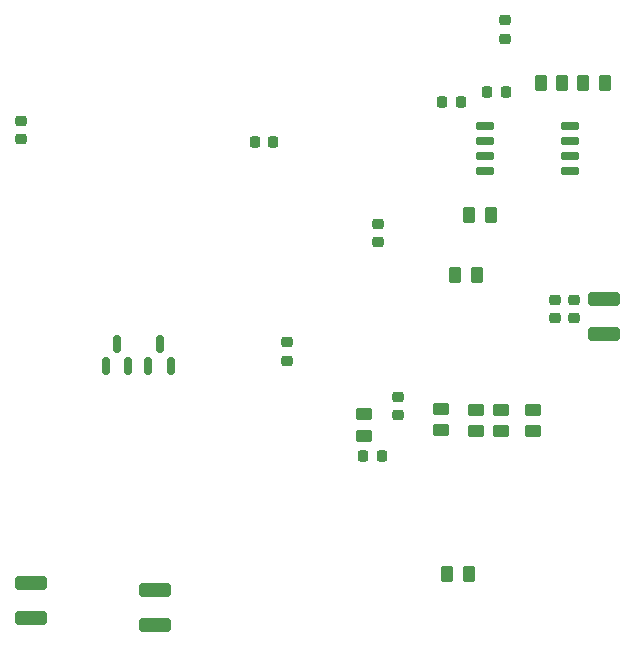
<source format=gbr>
%TF.GenerationSoftware,KiCad,Pcbnew,7.0.10-7.0.10~ubuntu22.04.1*%
%TF.CreationDate,2024-01-09T15:42:03+03:00*%
%TF.ProjectId,air-detector,6169722d-6465-4746-9563-746f722e6b69,rev?*%
%TF.SameCoordinates,Original*%
%TF.FileFunction,Paste,Bot*%
%TF.FilePolarity,Positive*%
%FSLAX46Y46*%
G04 Gerber Fmt 4.6, Leading zero omitted, Abs format (unit mm)*
G04 Created by KiCad (PCBNEW 7.0.10-7.0.10~ubuntu22.04.1) date 2024-01-09 15:42:03*
%MOMM*%
%LPD*%
G01*
G04 APERTURE LIST*
G04 Aperture macros list*
%AMRoundRect*
0 Rectangle with rounded corners*
0 $1 Rounding radius*
0 $2 $3 $4 $5 $6 $7 $8 $9 X,Y pos of 4 corners*
0 Add a 4 corners polygon primitive as box body*
4,1,4,$2,$3,$4,$5,$6,$7,$8,$9,$2,$3,0*
0 Add four circle primitives for the rounded corners*
1,1,$1+$1,$2,$3*
1,1,$1+$1,$4,$5*
1,1,$1+$1,$6,$7*
1,1,$1+$1,$8,$9*
0 Add four rect primitives between the rounded corners*
20,1,$1+$1,$2,$3,$4,$5,0*
20,1,$1+$1,$4,$5,$6,$7,0*
20,1,$1+$1,$6,$7,$8,$9,0*
20,1,$1+$1,$8,$9,$2,$3,0*%
G04 Aperture macros list end*
%ADD10RoundRect,0.225000X-0.225000X-0.250000X0.225000X-0.250000X0.225000X0.250000X-0.225000X0.250000X0*%
%ADD11RoundRect,0.225000X0.225000X0.250000X-0.225000X0.250000X-0.225000X-0.250000X0.225000X-0.250000X0*%
%ADD12RoundRect,0.250000X0.262500X0.450000X-0.262500X0.450000X-0.262500X-0.450000X0.262500X-0.450000X0*%
%ADD13RoundRect,0.250000X-0.450000X0.262500X-0.450000X-0.262500X0.450000X-0.262500X0.450000X0.262500X0*%
%ADD14RoundRect,0.225000X-0.250000X0.225000X-0.250000X-0.225000X0.250000X-0.225000X0.250000X0.225000X0*%
%ADD15RoundRect,0.250000X-0.262500X-0.450000X0.262500X-0.450000X0.262500X0.450000X-0.262500X0.450000X0*%
%ADD16RoundRect,0.250000X0.450000X-0.262500X0.450000X0.262500X-0.450000X0.262500X-0.450000X-0.262500X0*%
%ADD17RoundRect,0.225000X0.250000X-0.225000X0.250000X0.225000X-0.250000X0.225000X-0.250000X-0.225000X0*%
%ADD18RoundRect,0.150000X0.650000X0.150000X-0.650000X0.150000X-0.650000X-0.150000X0.650000X-0.150000X0*%
%ADD19RoundRect,0.250000X-1.100000X0.325000X-1.100000X-0.325000X1.100000X-0.325000X1.100000X0.325000X0*%
%ADD20RoundRect,0.250000X1.100000X-0.325000X1.100000X0.325000X-1.100000X0.325000X-1.100000X-0.325000X0*%
%ADD21RoundRect,0.150000X0.150000X-0.587500X0.150000X0.587500X-0.150000X0.587500X-0.150000X-0.587500X0*%
G04 APERTURE END LIST*
D10*
%TO.C,C38*%
X208625000Y-44600000D03*
X210175000Y-44600000D03*
%TD*%
D11*
%TO.C,C6*%
X213975000Y-43800000D03*
X212425000Y-43800000D03*
%TD*%
D12*
%TO.C,R7*%
X218752500Y-43000000D03*
X216927500Y-43000000D03*
%TD*%
D13*
%TO.C,R12*%
X213600000Y-70687500D03*
X213600000Y-72512500D03*
%TD*%
D14*
%TO.C,C12*%
X203200000Y-54950000D03*
X203200000Y-56500000D03*
%TD*%
D15*
%TO.C,R21*%
X220527500Y-43000000D03*
X222352500Y-43000000D03*
%TD*%
D14*
%TO.C,C18*%
X218174000Y-61391000D03*
X218174000Y-62941000D03*
%TD*%
D15*
%TO.C,R34*%
X209687500Y-59300000D03*
X211512500Y-59300000D03*
%TD*%
D16*
%TO.C,R36*%
X208500000Y-72412500D03*
X208500000Y-70587500D03*
%TD*%
D17*
%TO.C,C16*%
X219774000Y-62941000D03*
X219774000Y-61391000D03*
%TD*%
D11*
%TO.C,C23*%
X203475000Y-74600000D03*
X201925000Y-74600000D03*
%TD*%
D18*
%TO.C,U3*%
X219400000Y-46695000D03*
X219400000Y-47965000D03*
X219400000Y-49235000D03*
X219400000Y-50505000D03*
X212200000Y-50505000D03*
X212200000Y-49235000D03*
X212200000Y-47965000D03*
X212200000Y-46695000D03*
%TD*%
D14*
%TO.C,C40*%
X195500000Y-64975000D03*
X195500000Y-66525000D03*
%TD*%
D15*
%TO.C,R17*%
X209011500Y-84616000D03*
X210836500Y-84616000D03*
%TD*%
D17*
%TO.C,C39*%
X213900000Y-39275000D03*
X213900000Y-37725000D03*
%TD*%
D13*
%TO.C,R10*%
X211500000Y-70687500D03*
X211500000Y-72512500D03*
%TD*%
D19*
%TO.C,C9*%
X184324000Y-85941000D03*
X184324000Y-88891000D03*
%TD*%
D11*
%TO.C,C7*%
X194275000Y-48000000D03*
X192725000Y-48000000D03*
%TD*%
D14*
%TO.C,C24*%
X204824000Y-69566000D03*
X204824000Y-71116000D03*
%TD*%
D13*
%TO.C,R20*%
X202000000Y-71053500D03*
X202000000Y-72878500D03*
%TD*%
D19*
%TO.C,C5*%
X173824000Y-85341000D03*
X173824000Y-88291000D03*
%TD*%
D20*
%TO.C,C17*%
X222324000Y-64241000D03*
X222324000Y-61291000D03*
%TD*%
D16*
%TO.C,R32*%
X216300000Y-72512500D03*
X216300000Y-70687500D03*
%TD*%
D21*
%TO.C,Q2*%
X185624000Y-67016000D03*
X183724000Y-67016000D03*
X184674000Y-65141000D03*
%TD*%
D12*
%TO.C,R6*%
X212712500Y-54200000D03*
X210887500Y-54200000D03*
%TD*%
D21*
%TO.C,Q1*%
X182024000Y-67016000D03*
X180124000Y-67016000D03*
X181074000Y-65141000D03*
%TD*%
D14*
%TO.C,C25*%
X172920000Y-46225000D03*
X172920000Y-47775000D03*
%TD*%
M02*

</source>
